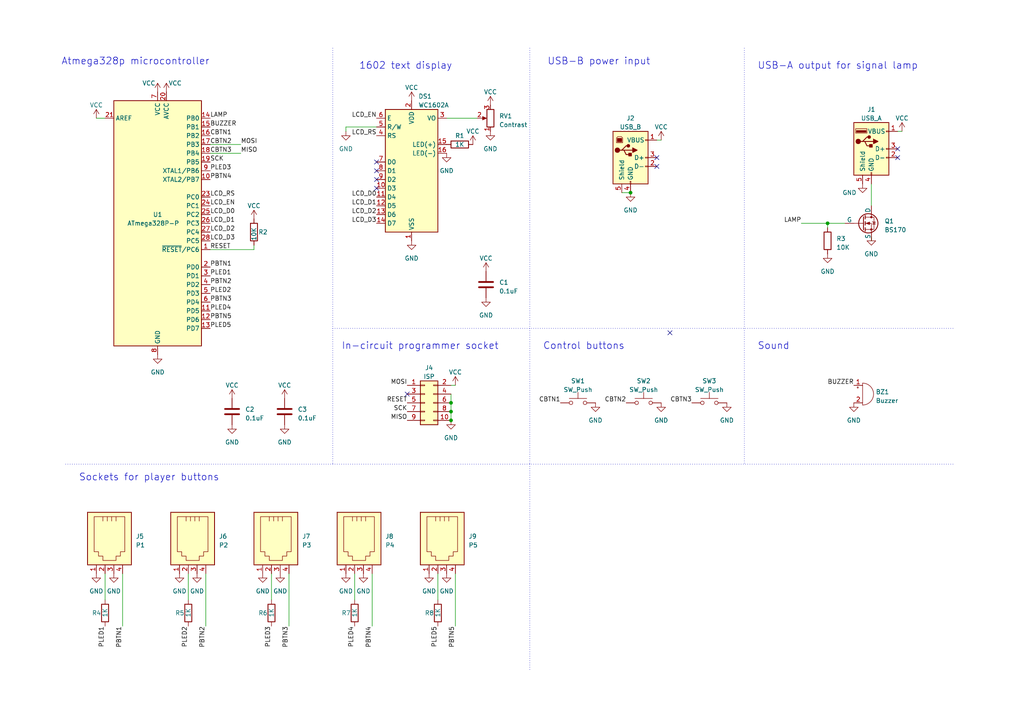
<source format=kicad_sch>
(kicad_sch (version 20230121) (generator eeschema)
  (paper "A4")
  (title_block (title "Kamaji Classic") (rev "1.0"))
  (lib_symbols
    (symbol "Connector:RJ10" (pin_names (offset 1.016))
      (property "Reference" "J" (at -5.08 8.89 0))
      (property "Value" "RJ10" (at 2.54 8.89 0))
      (symbol "RJ10_0_1"
        (polyline (pts (xy -6.35 -0.635) (xy -5.08 -0.635) (xy -5.08 -0.635)))
        (polyline (pts (xy -6.35 0.635) (xy -5.08 0.635) (xy -5.08 0.635)))
        (polyline (pts (xy -6.35 1.905) (xy -5.08 1.905) (xy -5.08 1.905)))
        (polyline (pts (xy -6.35 3.175) (xy -5.08 3.175) (xy -5.08 3.175)))
        (polyline (pts (xy -6.35 -3.175) (xy -6.35 5.715) (xy -1.27 5.715) (xy 3.81 5.715) (xy 3.81 4.445) (xy 5.08 4.445) (xy 5.08 3.175) (xy 6.35 3.175) (xy 6.35 -0.635) (xy 5.08 -0.635) (xy 5.08 -1.905) (xy 3.81 -1.905) (xy 3.81 -3.175) (xy -6.35 -3.175) (xy -6.35 -3.175)))
        (rectangle (start 7.62 7.62) (end -7.62 -5.08) (stroke (width 0.254)) (fill (type background)))
      )
      (symbol "RJ10_1_1"
        (pin passive line (at 10.16 -2.54 180) (length 2.54) (name "~") (number "1"))
        (pin passive line (at 10.16 0 180) (length 2.54) (name "~") (number "2"))
        (pin passive line (at 10.16 2.54 180) (length 2.54) (name "~") (number "3"))
        (pin passive line (at 10.16 5.08 180) (length 2.54) (name "~") (number "4"))
      )
    )
    (symbol "Connector:USB_A" (pin_names (offset 1.016))
      (property "Reference" "J" (at -5.08 11.43 0))
      (property "Value" "USB_A" (at -5.08 8.89 0))
      (symbol "USB_A_0_1"
        (rectangle (start -5.08 -7.62) (end 5.08 7.62) (stroke (width 0.254)) (fill (type background)))
        (circle (center -3.81 2.159) (radius 0.635) (stroke (width 0.254)) (fill (type outline)))
        (rectangle (start -1.524 4.826) (end -4.318 5.334) (fill (type outline)))
        (rectangle (start -1.27 4.572) (end -4.572 5.842))
        (circle (center -0.635 3.429) (radius 0.381) (stroke (width 0.254)) (fill (type outline)))
        (rectangle (start -0.127 -7.62) (end 0.127 -6.858))
        (polyline (pts (xy -3.175 2.159) (xy -2.54 2.159) (xy -1.27 3.429) (xy -0.635 3.429)) (stroke (width 0.254)))
        (polyline (pts (xy -2.54 2.159) (xy -1.905 2.159) (xy -1.27 0.889) (xy 0 0.889)) (stroke (width 0.254)))
        (polyline (pts (xy 0.635 2.794) (xy 0.635 1.524) (xy 1.905 2.159) (xy 0.635 2.794)) (stroke (width 0.254)) (fill (type outline)))
        (rectangle (start 0.254 1.27) (end -0.508 0.508) (stroke (width 0.254)) (fill (type outline)))
        (rectangle (start 5.08 -2.667) (end 4.318 -2.413))
        (rectangle (start 5.08 -0.127) (end 4.318 0.127))
        (rectangle (start 5.08 4.953) (end 4.318 5.207))
      )
      (symbol "USB_A_1_1"
        (polyline (pts (xy -1.905 2.159) (xy 0.635 2.159)) (stroke (width 0.254)))
        (pin power_in line (at 7.62 5.08 180) (length 2.54) (name "VBUS") (number "1"))
        (pin bidirectional line (at 7.62 -2.54 180) (length 2.54) (name "D-") (number "2"))
        (pin bidirectional line (at 7.62 0 180) (length 2.54) (name "D+") (number "3"))
        (pin power_in line (at 0 -10.16 90) (length 2.54) (name "GND") (number "4"))
        (pin passive line (at -2.54 -10.16 90) (length 2.54) (name "Shield") (number "5"))
      )
    )
    (symbol "Connector:USB_B" (pin_names (offset 1.016))
      (property "Reference" "J" (at -5.08 11.43 0))
      (property "Value" "USB_B" (at -5.08 8.89 0))
      (symbol "USB_B_0_1"
        (rectangle (start -5.08 -7.62) (end 5.08 7.62) (stroke (width 0.254)) (fill (type background)))
        (circle (center -3.81 2.159) (radius 0.635) (stroke (width 0.254)) (fill (type outline)))
        (rectangle (start -3.81 5.588) (end -2.54 4.572) (fill (type outline)))
        (circle (center -0.635 3.429) (radius 0.381) (stroke (width 0.254)) (fill (type outline)))
        (rectangle (start -0.127 -7.62) (end 0.127 -6.858))
        (polyline (pts (xy -1.905 2.159) (xy 0.635 2.159)) (stroke (width 0.254)))
        (polyline (pts (xy -3.175 2.159) (xy -2.54 2.159) (xy -1.27 3.429) (xy -0.635 3.429)) (stroke (width 0.254)))
        (polyline (pts (xy -2.54 2.159) (xy -1.905 2.159) (xy -1.27 0.889) (xy 0 0.889)) (stroke (width 0.254)))
        (polyline (pts (xy 0.635 2.794) (xy 0.635 1.524) (xy 1.905 2.159) (xy 0.635 2.794)) (stroke (width 0.254)) (fill (type outline)))
        (polyline (pts (xy -4.064 4.318) (xy -2.286 4.318) (xy -2.286 5.715) (xy -2.667 6.096) (xy -3.683 6.096) (xy -4.064 5.715) (xy -4.064 4.318)))
        (rectangle (start 0.254 1.27) (end -0.508 0.508) (stroke (width 0.254)) (fill (type outline)))
        (rectangle (start 5.08 -2.667) (end 4.318 -2.413))
        (rectangle (start 5.08 -0.127) (end 4.318 0.127))
        (rectangle (start 5.08 4.953) (end 4.318 5.207))
      )
      (symbol "USB_B_1_1"
        (pin power_out line (at 7.62 5.08 180) (length 2.54) (name "VBUS") (number "1"))
        (pin bidirectional line (at 7.62 -2.54 180) (length 2.54) (name "D-") (number "2"))
        (pin bidirectional line (at 7.62 0 180) (length 2.54) (name "D+") (number "3"))
        (pin power_out line (at 0 -10.16 90) (length 2.54) (name "GND") (number "4"))
        (pin passive line (at -2.54 -10.16 90) (length 2.54) (name "Shield") (number "5"))
      )
    )
    (symbol "Connector_Generic:Conn_02x05_Odd_Even" (pin_names (offset 1.016) hide)
      (property "Reference" "J" (at 1.27 7.62 0))
      (property "Value" "Conn_02x05_Odd_Even" (at 1.27 -7.62 0))
      (symbol "Conn_02x05_Odd_Even_1_1"
        (rectangle (start -1.27 -4.953) (end 0 -5.207) (stroke (width 0.1524)))
        (rectangle (start -1.27 -2.413) (end 0 -2.667) (stroke (width 0.1524)))
        (rectangle (start -1.27 0.127) (end 0 -0.127) (stroke (width 0.1524)))
        (rectangle (start -1.27 2.667) (end 0 2.413) (stroke (width 0.1524)))
        (rectangle (start -1.27 5.207) (end 0 4.953) (stroke (width 0.1524)))
        (rectangle (start -1.27 6.35) (end 3.81 -6.35) (stroke (width 0.254)) (fill (type background)))
        (rectangle (start 3.81 -4.953) (end 2.54 -5.207) (stroke (width 0.1524)))
        (rectangle (start 3.81 -2.413) (end 2.54 -2.667) (stroke (width 0.1524)))
        (rectangle (start 3.81 0.127) (end 2.54 -0.127) (stroke (width 0.1524)))
        (rectangle (start 3.81 2.667) (end 2.54 2.413) (stroke (width 0.1524)))
        (rectangle (start 3.81 5.207) (end 2.54 4.953) (stroke (width 0.1524)))
        (pin passive line (at -5.08 5.08 0) (length 3.81) (name "Pin_1") (number "1"))
        (pin passive line (at 7.62 -5.08 180) (length 3.81) (name "Pin_10") (number "10"))
        (pin passive line (at 7.62 5.08 180) (length 3.81) (name "Pin_2") (number "2"))
        (pin passive line (at -5.08 2.54 0) (length 3.81) (name "Pin_3") (number "3"))
        (pin passive line (at 7.62 2.54 180) (length 3.81) (name "Pin_4") (number "4"))
        (pin passive line (at -5.08 0 0) (length 3.81) (name "Pin_5") (number "5"))
        (pin passive line (at 7.62 0 180) (length 3.81) (name "Pin_6") (number "6"))
        (pin passive line (at -5.08 -2.54 0) (length 3.81) (name "Pin_7") (number "7"))
        (pin passive line (at 7.62 -2.54 180) (length 3.81) (name "Pin_8") (number "8"))
        (pin passive line (at -5.08 -5.08 0) (length 3.81) (name "Pin_9") (number "9"))
      )
    )
    (symbol "Device:Buzzer" (pin_names (offset 0.0254) hide)
      (property "Reference" "BZ" (at 3.81 1.27 0))
      (property "Value" "Buzzer" (at 3.81 -1.27 0))
      (symbol "Buzzer_0_1"
        (arc (start 0 -3.175) (mid 3.1612 0) (end 0 3.175))
        (polyline (pts (xy -1.651 1.905) (xy -1.143 1.905)))
        (polyline (pts (xy -1.397 2.159) (xy -1.397 1.651)))
        (polyline (pts (xy 0 3.175) (xy 0 -3.175)))
      )
      (symbol "Buzzer_1_1"
        (pin passive line (at -2.54 2.54 0) (length 2.54) (name "-") (number "1"))
        (pin passive line (at -2.54 -2.54 0) (length 2.54) (name "+") (number "2"))
      )
    )
    (symbol "Device:C" (pin_numbers hide) (pin_names (offset 0.254))
      (property "Reference" "C" (at 0.635 2.54 0))
      (property "Value" "C" (at 0.635 -2.54 0))
      (symbol "C_0_1"
        (polyline (pts (xy -2.032 -0.762) (xy 2.032 -0.762)) (stroke (width 0.508)))
        (polyline (pts (xy -2.032 0.762) (xy 2.032 0.762)) (stroke (width 0.508)))
      )
      (symbol "C_1_1"
        (pin passive line (at 0 3.81 270) (length 2.794) (name "~") (number "1"))
        (pin passive line (at 0 -3.81 90) (length 2.794) (name "~") (number "2"))
      )
    )
    (symbol "Device:R" (pin_numbers hide) (pin_names (offset 0))
      (property "Reference" "R" (at 2.032 0 90))
      (property "Value" "R" (at 0 0 90))
      (symbol "R_0_1"
        (rectangle (start -1.016 -2.54) (end 1.016 2.54) (stroke (width 0.254)))
      )
      (symbol "R_1_1"
        (pin passive line (at 0 3.81 270) (length 1.27) (name "~") (number "1"))
        (pin passive line (at 0 -3.81 90) (length 1.27) (name "~") (number "2"))
      )
    )
    (symbol "Device:R_Potentiometer" (pin_names (offset 1.016) hide)
      (property "Reference" "RV" (at -4.445 0 90))
      (property "Value" "R_Potentiometer" (at -2.54 0 90))
      (symbol "R_Potentiometer_0_1"
        (polyline (pts (xy 2.54 0) (xy 1.524 0)))
        (polyline (pts (xy 1.143 0) (xy 2.286 0.508) (xy 2.286 -0.508) (xy 1.143 0)) (fill (type outline)))
        (rectangle (start 1.016 2.54) (end -1.016 -2.54) (stroke (width 0.254)))
      )
      (symbol "R_Potentiometer_1_1"
        (pin passive line (at 0 3.81 270) (length 1.27) (name "1") (number "1"))
        (pin passive line (at 3.81 0 180) (length 1.27) (name "2") (number "2"))
        (pin passive line (at 0 -3.81 90) (length 1.27) (name "3") (number "3"))
      )
    )
    (symbol "Display_Character:WC1602A"
      (property "Reference" "DS" (at -5.842 19.05 0))
      (property "Value" "WC1602A" (at 5.334 19.05 0))
      (symbol "WC1602A_1_1"
        (rectangle (start -7.62 17.78) (end 7.62 -17.78) (stroke (width 0.254)) (fill (type background)))
        (pin power_in line (at 0 -20.32 90) (length 2.54) (name "VSS") (number "1"))
        (pin input line (at -10.16 -5.08 0) (length 2.54) (name "D3") (number "10"))
        (pin input line (at -10.16 -7.62 0) (length 2.54) (name "D4") (number "11"))
        (pin input line (at -10.16 -10.16 0) (length 2.54) (name "D5") (number "12"))
        (pin input line (at -10.16 -12.7 0) (length 2.54) (name "D6") (number "13"))
        (pin input line (at -10.16 -15.24 0) (length 2.54) (name "D7") (number "14"))
        (pin power_in line (at 10.16 7.62 180) (length 2.54) (name "LED(+)") (number "15"))
        (pin power_in line (at 10.16 5.08 180) (length 2.54) (name "LED(-)") (number "16"))
        (pin power_in line (at 0 20.32 270) (length 2.54) (name "VDD") (number "2"))
        (pin input line (at 10.16 15.24 180) (length 2.54) (name "VO") (number "3"))
        (pin input line (at -10.16 10.16 0) (length 2.54) (name "RS") (number "4"))
        (pin input line (at -10.16 12.7 0) (length 2.54) (name "R/W") (number "5"))
        (pin input line (at -10.16 15.24 0) (length 2.54) (name "E") (number "6"))
        (pin input line (at -10.16 2.54 0) (length 2.54) (name "D0") (number "7"))
        (pin input line (at -10.16 0 0) (length 2.54) (name "D1") (number "8"))
        (pin input line (at -10.16 -2.54 0) (length 2.54) (name "D2") (number "9"))
      )
    )
    (symbol "MCU_Microchip_ATmega:ATmega328P-P"
      (property "Reference" "U" (at -12.7 36.83 0))
      (property "Value" "ATmega328P-P" (at 2.54 -36.83 0))
      (symbol "ATmega328P-P_0_1"
        (rectangle (start -12.7 -35.56) (end 12.7 35.56) (stroke (width 0.254)) (fill (type background)))
      )
      (symbol "ATmega328P-P_1_1"
        (pin bidirectional line (at 15.24 -7.62 180) (length 2.54) (name "~{RESET}/PC6") (number "1"))
        (pin bidirectional line (at 15.24 12.7 180) (length 2.54) (name "XTAL2/PB7") (number "10"))
        (pin bidirectional line (at 15.24 -25.4 180) (length 2.54) (name "PD5") (number "11"))
        (pin bidirectional line (at 15.24 -27.94 180) (length 2.54) (name "PD6") (number "12"))
        (pin bidirectional line (at 15.24 -30.48 180) (length 2.54) (name "PD7") (number "13"))
        (pin bidirectional line (at 15.24 30.48 180) (length 2.54) (name "PB0") (number "14"))
        (pin bidirectional line (at 15.24 27.94 180) (length 2.54) (name "PB1") (number "15"))
        (pin bidirectional line (at 15.24 25.4 180) (length 2.54) (name "PB2") (number "16"))
        (pin bidirectional line (at 15.24 22.86 180) (length 2.54) (name "PB3") (number "17"))
        (pin bidirectional line (at 15.24 20.32 180) (length 2.54) (name "PB4") (number "18"))
        (pin bidirectional line (at 15.24 17.78 180) (length 2.54) (name "PB5") (number "19"))
        (pin bidirectional line (at 15.24 -12.7 180) (length 2.54) (name "PD0") (number "2"))
        (pin power_in line (at 2.54 38.1 270) (length 2.54) (name "AVCC") (number "20"))
        (pin passive line (at -15.24 30.48 0) (length 2.54) (name "AREF") (number "21"))
        (pin passive line (at 0 -38.1 90) (length 2.54) hide (name "GND") (number "22"))
        (pin bidirectional line (at 15.24 7.62 180) (length 2.54) (name "PC0") (number "23"))
        (pin bidirectional line (at 15.24 5.08 180) (length 2.54) (name "PC1") (number "24"))
        (pin bidirectional line (at 15.24 2.54 180) (length 2.54) (name "PC2") (number "25"))
        (pin bidirectional line (at 15.24 0 180) (length 2.54) (name "PC3") (number "26"))
        (pin bidirectional line (at 15.24 -2.54 180) (length 2.54) (name "PC4") (number "27"))
        (pin bidirectional line (at 15.24 -5.08 180) (length 2.54) (name "PC5") (number "28"))
        (pin bidirectional line (at 15.24 -15.24 180) (length 2.54) (name "PD1") (number "3"))
        (pin bidirectional line (at 15.24 -17.78 180) (length 2.54) (name "PD2") (number "4"))
        (pin bidirectional line (at 15.24 -20.32 180) (length 2.54) (name "PD3") (number "5"))
        (pin bidirectional line (at 15.24 -22.86 180) (length 2.54) (name "PD4") (number "6"))
        (pin power_in line (at 0 38.1 270) (length 2.54) (name "VCC") (number "7"))
        (pin power_in line (at 0 -38.1 90) (length 2.54) (name "GND") (number "8"))
        (pin bidirectional line (at 15.24 15.24 180) (length 2.54) (name "XTAL1/PB6") (number "9"))
      )
    )
    (symbol "Simulation_SPICE:NMOS" (pin_numbers hide) (pin_names (offset 0))
      (property "Reference" "Q" (at 5.08 1.27 0))
      (property "Value" "NMOS" (at 5.08 -1.27 0))
      (symbol "NMOS_0_1"
        (polyline (pts (xy 0.254 0) (xy -2.54 0)))
        (polyline (pts (xy 0.254 1.905) (xy 0.254 -1.905)) (stroke (width 0.254)))
        (polyline (pts (xy 0.762 -1.27) (xy 0.762 -2.286)) (stroke (width 0.254)))
        (polyline (pts (xy 0.762 0.508) (xy 0.762 -0.508)) (stroke (width 0.254)))
        (polyline (pts (xy 0.762 2.286) (xy 0.762 1.27)) (stroke (width 0.254)))
        (polyline (pts (xy 2.54 2.54) (xy 2.54 1.778)))
        (polyline (pts (xy 2.54 -2.54) (xy 2.54 0) (xy 0.762 0)))
        (polyline (pts (xy 0.762 -1.778) (xy 3.302 -1.778) (xy 3.302 1.778) (xy 0.762 1.778)))
        (polyline (pts (xy 1.016 0) (xy 2.032 0.381) (xy 2.032 -0.381) (xy 1.016 0)) (fill (type outline)))
        (polyline (pts (xy 2.794 0.508) (xy 2.921 0.381) (xy 3.683 0.381) (xy 3.81 0.254)))
        (polyline (pts (xy 3.302 0.381) (xy 2.921 -0.254) (xy 3.683 -0.254) (xy 3.302 0.381)))
        (circle (center 1.651 0) (radius 2.794) (stroke (width 0.254)))
        (circle (center 2.54 -1.778) (radius 0.254) (fill (type outline)))
        (circle (center 2.54 1.778) (radius 0.254) (fill (type outline)))
      )
      (symbol "NMOS_1_1"
        (pin passive line (at 2.54 5.08 270) (length 2.54) (name "D") (number "1"))
        (pin input line (at -5.08 0 0) (length 2.54) (name "G") (number "2"))
        (pin passive line (at 2.54 -5.08 90) (length 2.54) (name "S") (number "3"))
      )
    )
    (symbol "Switch:SW_Push" (pin_numbers hide) (pin_names (offset 1.016) hide)
      (property "Reference" "SW" (at 1.27 2.54 0))
      (property "Value" "SW_Push" (at 0 -1.524 0))
      (symbol "SW_Push_0_1"
        (circle (center -2.032 0) (radius 0.508))
        (polyline (pts (xy 0 1.27) (xy 0 3.048)))
        (polyline (pts (xy 2.54 1.27) (xy -2.54 1.27)))
        (circle (center 2.032 0) (radius 0.508))
        (pin passive line (at -5.08 0 0) (length 2.54) (name "1") (number "1"))
        (pin passive line (at 5.08 0 180) (length 2.54) (name "2") (number "2"))
      )
    )
    (symbol "power:GND" (power) (pin_names (offset 0))
      (property "Value" "GND" (at 0 -3.81 0))
      (symbol "GND_0_1"
        (polyline (pts (xy 0 0) (xy 0 -1.27) (xy 1.27 -1.27) (xy 0 -2.54) (xy -1.27 -1.27) (xy 0 -1.27)))
      )
      (symbol "GND_1_1"
        (pin power_in line (at 0 0 270) (length 0) hide (name "GND") (number "1"))
      )
    )
    (symbol "power:VCC" (power) (pin_names (offset 0))
      (property "Value" "VCC" (at 0 3.81 0))
      (symbol "VCC_0_1"
        (polyline (pts (xy -0.762 1.27) (xy 0 2.54)))
        (polyline (pts (xy 0 0) (xy 0 2.54)))
        (polyline (pts (xy 0 2.54) (xy 0.762 1.27)))
      )
      (symbol "VCC_1_1"
        (pin power_in line (at 0 0 90) (length 0) hide (name "VCC") (number "1"))
      )
    )
  )
  (junction (at 130.81 121.92))
  (junction (at 130.81 116.84))
  (junction (at 130.81 119.38))
  (junction (at 182.88 55.88))
  (junction (at 240.03 64.77))
  (no_connect (at 190.5 48.26))
  (no_connect (at 109.22 52.07))
  (no_connect (at 194.31 96.52))
  (no_connect (at 109.22 46.99))
  (no_connect (at 118.11 114.3))
  (no_connect (at 190.5 45.72))
  (no_connect (at 109.22 49.53))
  (no_connect (at 260.35 45.72))
  (no_connect (at 260.35 43.18))
  (no_connect (at 109.22 54.61))
  (wire (pts (xy 102.87 166.37) (xy 102.87 173.99)))
  (wire (pts (xy 252.73 69.85) (xy 252.73 68.58)))
  (wire (pts (xy 245.11 64.77) (xy 240.03 64.77)))
  (wire (pts (xy 232.41 64.77) (xy 240.03 64.77)))
  (polyline (pts (xy 153.67 13.97) (xy 153.67 134.62)) (stroke (width 0) (type dot)))
  (wire (pts (xy 100.33 38.1) (xy 100.33 36.83)))
  (wire (pts (xy 107.95 166.37) (xy 107.95 181.61)))
  (wire (pts (xy 127 166.37) (xy 127 173.99)))
  (polyline (pts (xy 96.52 134.62) (xy 276.86 134.62)) (stroke (width 0) (type dot)))
  (wire (pts (xy 132.08 166.37) (xy 132.08 181.61)))
  (polyline (pts (xy 96.52 95.25) (xy 276.86 95.25)) (stroke (width 0) (type dot)))
  (wire (pts (xy 180.34 55.88) (xy 182.88 55.88)))
  (polyline (pts (xy 153.67 134.62) (xy 153.67 194.31)) (stroke (width 0) (type dot)))
  (wire (pts (xy 60.96 72.39) (xy 73.66 72.39)))
  (wire (pts (xy 78.74 166.37) (xy 78.74 173.99)))
  (wire (pts (xy 260.35 38.1) (xy 261.62 38.1)))
  (wire (pts (xy 252.73 59.69) (xy 252.73 53.34)))
  (wire (pts (xy 240.03 64.77) (xy 240.03 66.04)))
  (wire (pts (xy 60.96 44.45) (xy 69.85 44.45)))
  (polyline (pts (xy 96.52 134.62) (xy 19.05 134.62)) (stroke (width 0) (type dot)))
  (wire (pts (xy 130.81 116.84) (xy 130.81 119.38)))
  (polyline (pts (xy 215.9 13.97) (xy 215.9 134.62)) (stroke (width 0) (type dot)))
  (polyline (pts (xy 96.52 13.97) (xy 96.52 134.62)) (stroke (width 0) (type dot)))
  (wire (pts (xy 129.54 34.29) (xy 138.43 34.29)))
  (wire (pts (xy 73.66 72.39) (xy 73.66 71.12)))
  (wire (pts (xy 191.77 40.64) (xy 190.5 40.64)))
  (wire (pts (xy 30.48 166.37) (xy 30.48 173.99)))
  (wire (pts (xy 83.82 166.37) (xy 83.82 181.61)))
  (wire (pts (xy 130.81 114.3) (xy 130.81 116.84)))
  (wire (pts (xy 130.81 119.38) (xy 130.81 121.92)))
  (wire (pts (xy 54.61 166.37) (xy 54.61 173.99)))
  (wire (pts (xy 27.94 34.29) (xy 30.48 34.29)))
  (wire (pts (xy 60.96 41.91) (xy 69.85 41.91)))
  (wire (pts (xy 35.56 166.37) (xy 35.56 181.61)))
  (wire (pts (xy 100.33 36.83) (xy 109.22 36.83)))
  (wire (pts (xy 59.69 166.37) (xy 59.69 181.61)))
  (wire (pts (xy 130.81 111.76) (xy 132.08 111.76)))
  (text "1602 text display" (at 104.14 20.32 0) (effects (font (size 2 2)) (justify left bottom)))
  (text "Atmega328p microcontroller" (at 17.78 19.05 0) (effects (font (size 2 2)) (justify left bottom)))
  (text "USB-B power input" (at 158.75 19.05 0) (effects (font (size 2 2)) (justify left bottom)))
  (text "Sockets for player buttons" (at 22.86 139.7 0) (effects (font (size 2 2)) (justify left bottom)))
  (text "Sound" (at 219.71 101.6 0) (effects (font (size 2 2)) (justify left bottom)))
  (text "Control buttons" (at 157.48 101.6 0) (effects (font (size 2 2)) (justify left bottom)))
  (text "USB-A output for signal lamp" (at 219.71 20.32 0) (effects (font (size 2 2)) (justify left bottom)))
  (text "In-circuit programmer socket" (at 99.06 101.6 0) (effects (font (size 2 2)) (justify left bottom)))
  (label "PLED4" (at 102.87 181.61 270))
  (label "MOSI" (at 69.85 41.91 0))
  (label "CBTN2" (at 60.96 41.91 0))
  (label "PBTN1" (at 35.56 181.61 270))
  (label "MISO" (at 69.85 44.45 0))
  (label "PBTN3" (at 60.96 87.63 0))
  (label "PBTN2" (at 59.69 181.61 270))
  (label "CBTN3" (at 60.96 44.45 0))
  (label "PLED3" (at 60.96 49.53 0))
  (label "LCD_EN" (at 109.22 34.29 180))
  (label "LCD_D2" (at 60.96 67.31 0))
  (label "PBTN1" (at 60.96 77.47 0))
  (label "LCD_RS" (at 109.22 39.37 180))
  (label "LCD_D3" (at 60.96 69.85 0))
  (label "LCD_D3" (at 109.22 64.77 180))
  (label "LCD_EN" (at 60.96 59.69 0))
  (label "BUZZER" (at 247.65 111.76 180))
  (label "PLED1" (at 30.48 181.61 270))
  (label "PBTN2" (at 60.96 82.55 0))
  (label "PBTN5" (at 60.96 92.71 0))
  (label "PBTN5" (at 132.08 181.61 270))
  (label "PLED5" (at 60.96 95.25 0))
  (label "PLED3" (at 78.74 181.61 270))
  (label "SCK" (at 60.96 46.99 0))
  (label "LCD_D2" (at 109.22 62.23 180))
  (label "PLED2" (at 54.61 181.61 270))
  (label "LCD_D1" (at 60.96 64.77 0))
  (label "PBTN4" (at 107.95 181.61 270))
  (label "RESET" (at 60.96 72.39 0))
  (label "CBTN1" (at 60.96 39.37 0))
  (label "LAMP" (at 60.96 34.29 0))
  (label "CBTN3" (at 200.66 116.84 180))
  (label "CBTN1" (at 162.56 116.84 180))
  (label "SCK" (at 118.11 119.38 180))
  (label "LCD_RS" (at 60.96 57.15 0))
  (label "MISO" (at 118.11 121.92 180))
  (label "PLED1" (at 60.96 80.01 0))
  (label "LCD_D0" (at 60.96 62.23 0))
  (label "RESET" (at 118.11 116.84 180))
  (label "LCD_D1" (at 109.22 59.69 180))
  (label "LCD_D0" (at 109.22 57.15 180))
  (label "LAMP" (at 232.41 64.77 180))
  (label "PLED4" (at 60.96 90.17 0))
  (label "PBTN3" (at 83.82 181.61 270))
  (label "PLED5" (at 127 181.61 270))
  (label "MOSI" (at 118.11 111.76 180))
  (label "PLED2" (at 60.96 85.09 0))
  (label "BUZZER" (at 60.96 36.83 0))
  (label "PBTN4" (at 60.96 52.07 0))
  (label "CBTN2" (at 181.61 116.84 180))
  (symbol (lib_id "power:GND") (at 130.81 121.92 0) (unit 1)
    (property "Reference" "#PWR026" (effects hide))
    (property "Value" "GND" (at 130.81 127 0))
  )
  (symbol (lib_id "Device:R") (at 127 177.8 0) (unit 1)
    (property "Reference" "R8" (at 123.19 177.8 0) (effects (justify left)))
    (property "Value" "1K" (at 127 179.07 90) (effects (justify left)))
    (property "Footprint" "Resistor_THT:R_Axial_DIN0207_L6.3mm_D2.5mm_P10.16mm_Horizontal" (effects hide))
  )
  (symbol (lib_id "Device:C") (at 140.97 82.55 0) (unit 1)
    (property "Reference" "C1" (at 144.78 81.915 0) (effects (justify left)))
    (property "Value" "0.1uF" (at 144.78 84.455 0) (effects (justify left)))
    (property "Footprint" "Capacitor_THT:C_Disc_D3.8mm_W2.6mm_P2.50mm" (effects hide))
  )
  (symbol (lib_id "power:GND") (at 27.94 166.37 0) (unit 1)
    (property "Reference" "#PWR029" (effects hide))
    (property "Value" "GND" (at 27.94 171.45 0))
  )
  (symbol (lib_id "power:VCC") (at 137.16 41.91 0) (unit 1)
    (property "Reference" "#PWR010" (effects hide))
    (property "Value" "VCC" (at 137.16 38.1 0))
  )
  (symbol (lib_id "power:GND") (at 140.97 86.36 0) (unit 1)
    (property "Reference" "#PWR019" (effects hide))
    (property "Value" "GND" (at 140.97 91.44 0))
  )
  (symbol (lib_id "power:GND") (at 52.07 166.37 0) (unit 1)
    (property "Reference" "#PWR031" (effects hide))
    (property "Value" "GND" (at 52.07 171.45 0))
  )
  (symbol (lib_id "power:VCC") (at 82.55 115.57 0) (unit 1)
    (property "Reference" "#PWR023" (effects hide))
    (property "Value" "VCC" (at 82.55 111.76 0))
  )
  (symbol (lib_id "Connector:RJ10") (at 30.48 156.21 270) (unit 1)
    (property "Reference" "J5" (at 39.37 155.575 90) (effects (justify left)))
    (property "Value" "P1" (at 39.37 158.115 90) (effects (justify left)))
    (property "Footprint" "kamaji:RJ10" (effects hide))
  )
  (symbol (lib_id "Device:R") (at 54.61 177.8 0) (unit 1)
    (property "Reference" "R5" (at 50.8 177.8 0) (effects (justify left)))
    (property "Value" "1K" (at 54.61 179.07 90) (effects (justify left)))
    (property "Footprint" "Resistor_THT:R_Axial_DIN0207_L6.3mm_D2.5mm_P10.16mm_Horizontal" (effects hide))
  )
  (symbol (lib_id "power:GND") (at 45.72 102.87 0) (unit 1)
    (property "Reference" "#PWR020" (effects hide))
    (property "Value" "GND" (at 45.72 107.95 0))
  )
  (symbol (lib_id "power:GND") (at 182.88 55.88 0) (unit 1)
    (property "Reference" "#PWR013" (effects hide))
    (property "Value" "GND" (at 182.88 60.96 0))
  )
  (symbol (lib_id "Simulation_SPICE:NMOS") (at 250.19 64.77 0) (unit 1)
    (property "Reference" "Q1" (at 256.54 64.135 0) (effects (justify left)))
    (property "Value" "BS170" (at 256.54 66.675 0) (effects (justify left)))
    (property "Footprint" "Package_TO_SOT_THT:TO-92_Inline" (effects hide))
    (property "Datasheet" "https://ngspice.sourceforge.io/docs/ngspice-manual.pdf" (effects hide))
    (property "Sim.Device" "NMOS" (effects hide))
    (property "Sim.Type" "VDMOS" (effects hide))
    (property "Sim.Pins" "1=D 2=G 3=S" (effects hide))
  )
  (symbol (lib_id "power:GND") (at 129.54 44.45 0) (unit 1)
    (property "Reference" "#PWR011" (effects hide))
    (property "Value" "GND" (at 129.54 49.53 0))
  )
  (symbol (lib_id "power:GND") (at 247.65 116.84 0) (unit 1)
    (property "Reference" "#PWR024" (effects hide))
    (property "Value" "GND" (at 247.65 121.92 0))
  )
  (symbol (lib_id "power:GND") (at 124.46 166.37 0) (unit 1)
    (property "Reference" "#PWR037" (effects hide))
    (property "Value" "GND" (at 124.46 171.45 0))
  )
  (symbol (lib_id "Device:R") (at 133.35 41.91 90) (unit 1)
    (property "Reference" "R1" (at 133.35 39.37 90))
    (property "Value" "1K" (at 133.35 41.91 90))
    (property "Footprint" "Resistor_THT:R_Axial_DIN0207_L6.3mm_D2.5mm_P10.16mm_Horizontal" (effects hide))
  )
  (symbol (lib_id "power:VCC") (at 132.08 111.76 0) (unit 1)
    (property "Reference" "#PWR021" (effects hide))
    (property "Value" "VCC" (at 132.08 107.95 0))
  )
  (symbol (lib_id "Device:R") (at 240.03 69.85 0) (unit 1)
    (property "Reference" "R3" (at 242.57 69.215 0) (effects (justify left)))
    (property "Value" "10K" (at 242.57 71.755 0) (effects (justify left)))
    (property "Footprint" "Resistor_THT:R_Axial_DIN0207_L6.3mm_D2.5mm_P10.16mm_Horizontal" (effects hide))
  )
  (symbol (lib_id "Switch:SW_Push") (at 167.64 116.84 0) (unit 1)
    (property "Reference" "SW1" (at 167.64 110.49 0))
    (property "Value" "SW_Push" (at 167.64 113.03 0))
    (property "Footprint" "Button_Switch_THT:SW_PUSH-12mm" (effects hide))
  )
  (symbol (lib_id "Device:R") (at 30.48 177.8 0) (unit 1)
    (property "Reference" "R4" (at 26.67 177.8 0) (effects (justify left)))
    (property "Value" "1K" (at 30.48 179.07 90) (effects (justify left)))
    (property "Footprint" "Resistor_THT:R_Axial_DIN0207_L6.3mm_D2.5mm_P10.16mm_Horizontal" (effects hide))
  )
  (symbol (lib_id "power:GND") (at 67.31 123.19 0) (unit 1)
    (property "Reference" "#PWR027" (effects hide))
    (property "Value" "GND" (at 67.31 128.27 0))
  )
  (symbol (lib_id "power:GND") (at 82.55 123.19 0) (unit 1)
    (property "Reference" "#PWR028" (effects hide))
    (property "Value" "GND" (at 82.55 128.27 0))
  )
  (symbol (lib_id "power:GND") (at 105.41 166.37 0) (unit 1)
    (property "Reference" "#PWR036" (effects hide))
    (property "Value" "GND" (at 105.41 171.45 0))
  )
  (symbol (lib_id "power:VCC") (at 142.24 30.48 0) (unit 1)
    (property "Reference" "#PWR04" (effects hide))
    (property "Value" "VCC" (at 142.24 26.67 0))
  )
  (symbol (lib_id "power:GND") (at 57.15 166.37 0) (unit 1)
    (property "Reference" "#PWR032" (effects hide))
    (property "Value" "GND" (at 57.15 171.45 0))
  )
  (symbol (lib_id "power:GND") (at 210.82 116.84 0) (unit 1)
    (property "Reference" "#PWR040" (effects hide))
    (property "Value" "GND" (at 210.82 121.92 0))
  )
  (symbol (lib_id "Device:C") (at 67.31 119.38 0) (unit 1)
    (property "Reference" "C2" (at 71.12 118.745 0) (effects (justify left)))
    (property "Value" "0.1uF" (at 71.12 121.285 0) (effects (justify left)))
    (property "Footprint" "Capacitor_THT:C_Disc_D3.8mm_W2.6mm_P2.50mm" (effects hide))
  )
  (symbol (lib_id "Device:R") (at 73.66 67.31 0) (unit 1)
    (property "Reference" "R2" (at 74.93 67.31 0) (effects (justify left)))
    (property "Value" "10K" (at 73.66 69.85 90) (effects (justify left)))
    (property "Footprint" "Resistor_THT:R_Axial_DIN0207_L6.3mm_D2.5mm_P10.16mm_Horizontal" (effects hide))
  )
  (symbol (lib_id "power:VCC") (at 73.66 63.5 0) (unit 1)
    (property "Reference" "#PWR014" (effects hide))
    (property "Value" "VCC" (at 73.66 59.69 0))
  )
  (symbol (lib_id "MCU_Microchip_ATmega:ATmega328P-P") (at 45.72 64.77 0) (unit 1)
    (property "Reference" "U1" (at 45.72 62.23 0))
    (property "Value" "ATmega328P-P" (at 44.45 64.77 0))
    (property "Footprint" "Package_DIP:DIP-28_W7.62mm" (effects hide))
    (property "Datasheet" "http://ww1.microchip.com/downloads/en/DeviceDoc/ATmega328_P%20AVR%20MCU%20with%20picoPower%20Technology%20Data%20Sheet%2040001984A.pdf" (effects hide))
  )
  (symbol (lib_id "power:GND") (at 100.33 166.37 0) (unit 1)
    (property "Reference" "#PWR035" (effects hide))
    (property "Value" "GND" (at 100.33 171.45 0))
  )
  (symbol (lib_id "power:VCC") (at 119.38 29.21 0) (unit 1)
    (property "Reference" "#PWR03" (effects hide))
    (property "Value" "VCC" (at 119.38 25.4 0))
  )
  (symbol (lib_id "power:GND") (at 142.24 38.1 0) (unit 1)
    (property "Reference" "#PWR07" (effects hide))
    (property "Value" "GND" (at 142.24 43.18 0))
  )
  (symbol (lib_id "power:GND") (at 240.03 73.66 0) (unit 1)
    (property "Reference" "#PWR017" (effects hide))
    (property "Value" "GND" (at 240.03 78.74 0))
  )
  (symbol (lib_id "Connector:USB_A") (at 252.73 43.18 0) (unit 1)
    (property "Reference" "J1" (at 252.73 31.75 0))
    (property "Value" "USB_A" (at 252.73 34.29 0))
    (property "Footprint" "Connector_USB:USB_A_CONNFLY_DS1095-WNR0" (effects hide))
    (property "Datasheet" " ~" (effects hide))
  )
  (symbol (lib_id "Device:R_Potentiometer") (at 142.24 34.29 180) (unit 1)
    (property "Reference" "RV1" (at 144.78 33.655 0) (effects (justify right)))
    (property "Value" "Contrast" (at 144.78 36.195 0) (effects (justify right)))
    (property "Footprint" "Potentiometer_THT:Potentiometer_Vishay_T73YP_Vertical" (effects hide))
  )
  (symbol (lib_id "Display_Character:WC1602A") (at 119.38 49.53 0) (unit 1)
    (property "Reference" "DS1" (at 121.3359 27.94 0) (effects (justify left)))
    (property "Value" "WC1602A" (at 121.3359 30.48 0) (effects (justify left)))
    (property "Footprint" "Display:WC1602A" (effects hide))
    (property "Datasheet" "http://www.wincomlcd.com/pdf/WC1602A-SFYLYHTC06.pdf" (effects hide))
  )
  (symbol (lib_id "power:VCC") (at 191.77 40.64 0) (unit 1)
    (property "Reference" "#PWR09" (effects hide))
    (property "Value" "VCC" (at 191.77 36.83 0))
  )
  (symbol (lib_id "power:GND") (at 81.28 166.37 0) (unit 1)
    (property "Reference" "#PWR034" (effects hide))
    (property "Value" "GND" (at 81.28 171.45 0))
  )
  (symbol (lib_id "power:GND") (at 250.19 53.34 0) (unit 1)
    (property "Reference" "#PWR012" (effects hide))
    (property "Value" "GND" (at 246.38 55.88 0))
  )
  (symbol (lib_id "power:VCC") (at 140.97 78.74 0) (unit 1)
    (property "Reference" "#PWR018" (effects hide))
    (property "Value" "VCC" (at 140.97 74.93 0))
  )
  (symbol (lib_id "Connector:RJ10") (at 54.61 156.21 270) (unit 1)
    (property "Reference" "J6" (at 63.5 155.575 90) (effects (justify left)))
    (property "Value" "P2" (at 63.5 158.115 90) (effects (justify left)))
    (property "Footprint" "kamaji:RJ10" (effects hide))
  )
  (symbol (lib_id "Connector_Generic:Conn_02x05_Odd_Even") (at 123.19 116.84 0) (unit 1)
    (property "Reference" "J4" (at 124.46 106.68 0))
    (property "Value" "ISP" (at 124.46 109.22 0))
    (property "Footprint" "Connector_IDC:IDC-Header_2x05_P2.54mm_Horizontal" (effects hide))
  )
  (symbol (lib_id "power:VCC") (at 261.62 38.1 0) (unit 1)
    (property "Reference" "#PWR08" (effects hide))
    (property "Value" "VCC" (at 261.62 34.29 0))
  )
  (symbol (lib_id "Connector:RJ10") (at 127 156.21 270) (unit 1)
    (property "Reference" "J9" (at 135.89 155.575 90) (effects (justify left)))
    (property "Value" "P5" (at 135.89 158.115 90) (effects (justify left)))
    (property "Footprint" "kamaji:RJ10" (effects hide))
  )
  (symbol (lib_id "power:VCC") (at 67.31 115.57 0) (unit 1)
    (property "Reference" "#PWR022" (effects hide))
    (property "Value" "VCC" (at 67.31 111.76 0))
  )
  (symbol (lib_id "Switch:SW_Push") (at 205.74 116.84 0) (unit 1)
    (property "Reference" "SW3" (at 205.74 110.49 0))
    (property "Value" "SW_Push" (at 205.74 113.03 0))
    (property "Footprint" "Button_Switch_THT:SW_PUSH-12mm" (effects hide))
  )
  (symbol (lib_id "Switch:SW_Push") (at 186.69 116.84 0) (unit 1)
    (property "Reference" "SW2" (at 186.69 110.49 0))
    (property "Value" "SW_Push" (at 186.69 113.03 0))
    (property "Footprint" "Button_Switch_THT:SW_PUSH-12mm" (effects hide))
  )
  (symbol (lib_id "power:GND") (at 129.54 166.37 0) (unit 1)
    (property "Reference" "#PWR038" (effects hide))
    (property "Value" "GND" (at 129.54 171.45 0))
  )
  (symbol (lib_id "power:GND") (at 172.72 116.84 0) (unit 1)
    (property "Reference" "#PWR025" (effects hide))
    (property "Value" "GND" (at 172.72 121.92 0))
  )
  (symbol (lib_id "Device:C") (at 82.55 119.38 0) (unit 1)
    (property "Reference" "C3" (at 86.36 118.745 0) (effects (justify left)))
    (property "Value" "0.1uF" (at 86.36 121.285 0) (effects (justify left)))
    (property "Footprint" "Capacitor_THT:C_Disc_D3.8mm_W2.6mm_P2.50mm" (effects hide))
  )
  (symbol (lib_id "power:VCC") (at 45.72 26.67 0) (unit 1)
    (property "Reference" "#PWR01" (effects hide))
    (property "Value" "VCC" (at 43.18 24.13 0))
  )
  (symbol (lib_id "power:GND") (at 33.02 166.37 0) (unit 1)
    (property "Reference" "#PWR030" (effects hide))
    (property "Value" "GND" (at 33.02 171.45 0))
  )
  (symbol (lib_id "power:GND") (at 76.2 166.37 0) (unit 1)
    (property "Reference" "#PWR033" (effects hide))
    (property "Value" "GND" (at 76.2 171.45 0))
  )
  (symbol (lib_id "Device:Buzzer") (at 250.19 114.3 0) (unit 1)
    (property "Reference" "BZ1" (at 254 113.665 0) (effects (justify left)))
    (property "Value" "Buzzer" (at 254 116.205 0) (effects (justify left)))
    (property "Footprint" "Buzzer_Beeper:Buzzer_12x9.5RM7.6" (effects hide))
  )
  (symbol (lib_id "Connector:RJ10") (at 78.74 156.21 270) (unit 1)
    (property "Reference" "J7" (at 87.63 155.575 90) (effects (justify left)))
    (property "Value" "P3" (at 87.63 158.115 90) (effects (justify left)))
    (property "Footprint" "kamaji:RJ10" (effects hide))
  )
  (symbol (lib_id "power:GND") (at 100.33 38.1 0) (unit 1)
    (property "Reference" "#PWR06" (effects hide))
    (property "Value" "GND" (at 100.33 43.18 0))
  )
  (symbol (lib_id "power:VCC") (at 27.94 34.29 0) (unit 1)
    (property "Reference" "#PWR05" (effects hide))
    (property "Value" "VCC" (at 27.94 30.48 0))
  )
  (symbol (lib_id "power:GND") (at 119.38 69.85 0) (unit 1)
    (property "Reference" "#PWR016" (effects hide))
    (property "Value" "GND" (at 119.38 74.93 0))
  )
  (symbol (lib_id "Connector:RJ10") (at 102.87 156.21 270) (unit 1)
    (property "Reference" "J8" (at 111.76 155.575 90) (effects (justify left)))
    (property "Value" "P4" (at 111.76 158.115 90) (effects (justify left)))
    (property "Footprint" "kamaji:RJ10" (effects hide))
  )
  (symbol (lib_id "power:GND") (at 252.73 68.58 0) (unit 1)
    (property "Reference" "#PWR015" (effects hide))
    (property "Value" "GND" (at 252.73 73.66 0))
  )
  (symbol (lib_id "power:GND") (at 191.77 116.84 0) (unit 1)
    (property "Reference" "#PWR039" (effects hide))
    (property "Value" "GND" (at 191.77 121.92 0))
  )
  (symbol (lib_id "Connector:USB_B") (at 182.88 45.72 0) (unit 1)
    (property "Reference" "J2" (at 182.88 34.29 0))
    (property "Value" "USB_B" (at 182.88 36.83 0))
    (property "Footprint" "Connector_USB:USB_B_Lumberg_2411_02_Horizontal" (effects hide))
    (property "Datasheet" " ~" (effects hide))
  )
  (symbol (lib_id "power:VCC") (at 48.26 26.67 0) (unit 1)
    (property "Reference" "#PWR02" (effects hide))
    (property "Value" "VCC" (at 50.8 24.13 0))
  )
  (symbol (lib_id "Device:R") (at 78.74 177.8 0) (unit 1)
    (property "Reference" "R6" (at 74.93 177.8 0) (effects (justify left)))
    (property "Value" "1K" (at 78.74 179.07 90) (effects (justify left)))
    (property "Footprint" "Resistor_THT:R_Axial_DIN0207_L6.3mm_D2.5mm_P10.16mm_Horizontal" (effects hide))
  )
  (symbol (lib_id "Device:R") (at 102.87 177.8 0) (unit 1)
    (property "Reference" "R7" (at 99.06 177.8 0) (effects (justify left)))
    (property "Value" "1K" (at 102.87 179.07 90) (effects (justify left)))
    (property "Footprint" "Resistor_THT:R_Axial_DIN0207_L6.3mm_D2.5mm_P10.16mm_Horizontal" (effects hide))
  )
)
</source>
